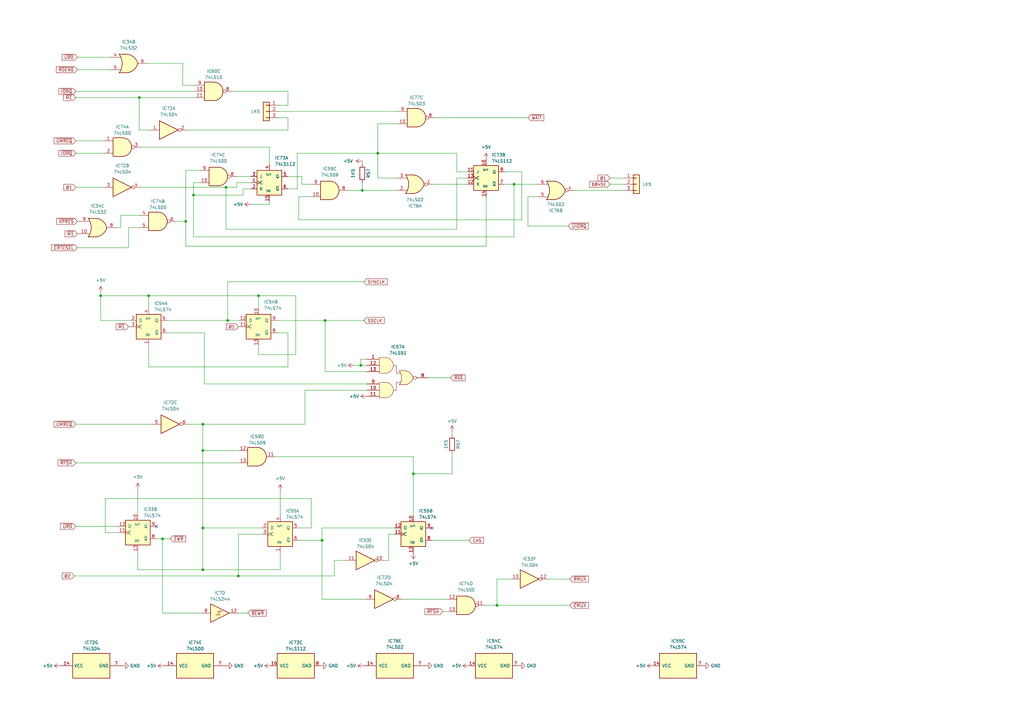
<source format=kicad_sch>
(kicad_sch (version 20230121) (generator eeschema)
  (paper "A3")
  (lib_symbols
    (symbol "74xx:74LS00" (pin_names (offset 1.016))
      (property "Reference" "U" (at 0 1.27 0))
      (property "Value" "74LS00" (at 0 -1.27 0))
      (symbol "74LS00_1_1"
        (pin input line (at -7.62 2.54 0) (length 3.81) (name "~") (number "1"))
        (pin input line (at -7.62 -2.54 0) (length 3.81) (name "~") (number "2"))
        (pin output inverted (at 7.62 0 180) (length 3.81) (name "~") (number "3"))
      )
      (symbol "74LS00_1_2"
        (pin input inverted (at -7.62 2.54 0) (length 4.318) (name "~") (number "1"))
        (pin input inverted (at -7.62 -2.54 0) (length 4.318) (name "~") (number "2"))
        (pin output line (at 7.62 0 180) (length 3.81) (name "~") (number "3"))
      )
      (symbol "74LS00_2_1"
        (pin input line (at -7.62 2.54 0) (length 3.81) (name "~") (number "4"))
        (pin input line (at -7.62 -2.54 0) (length 3.81) (name "~") (number "5"))
        (pin output inverted (at 7.62 0 180) (length 3.81) (name "~") (number "6"))
      )
      (symbol "74LS00_2_2"
        (pin input inverted (at -7.62 2.54 0) (length 4.318) (name "~") (number "4"))
        (pin input inverted (at -7.62 -2.54 0) (length 4.318) (name "~") (number "5"))
        (pin output line (at 7.62 0 180) (length 3.81) (name "~") (number "6"))
      )
      (symbol "74LS00_3_1"
        (pin input line (at -7.62 -2.54 0) (length 3.81) (name "~") (number "10"))
        (pin output inverted (at 7.62 0 180) (length 3.81) (name "~") (number "8"))
        (pin input line (at -7.62 2.54 0) (length 3.81) (name "~") (number "9"))
      )
      (symbol "74LS00_3_2"
        (pin input inverted (at -7.62 -2.54 0) (length 4.318) (name "~") (number "10"))
        (pin output line (at 7.62 0 180) (length 3.81) (name "~") (number "8"))
        (pin input inverted (at -7.62 2.54 0) (length 4.318) (name "~") (number "9"))
      )
      (symbol "74LS00_4_1"
        (pin output inverted (at 7.62 0 180) (length 3.81) (name "~") (number "11"))
        (pin input line (at -7.62 2.54 0) (length 3.81) (name "~") (number "12"))
        (pin input line (at -7.62 -2.54 0) (length 3.81) (name "~") (number "13"))
      )
      (symbol "74LS00_4_2"
        (pin output line (at 7.62 0 180) (length 3.81) (name "~") (number "11"))
        (pin input inverted (at -7.62 2.54 0) (length 4.318) (name "~") (number "12"))
        (pin input inverted (at -7.62 -2.54 0) (length 4.318) (name "~") (number "13"))
      )
      (symbol "74LS00_5_0"
        (pin power_in line (at 0 12.7 270) (length 5.08) (name "VCC") (number "14"))
        (pin power_in line (at 0 -12.7 90) (length 5.08) (name "GND") (number "7"))
      )
    )
    (symbol "74xx:74LS02" (pin_names (offset 1.016))
      (property "Reference" "U" (at 0 1.27 0))
      (property "Value" "74LS02" (at 0 -1.27 0))
      (symbol "74LS02_1_1"
        (pin output inverted (at 7.62 0 180) (length 3.81) (name "~") (number "1"))
        (pin input line (at -7.62 2.54 0) (length 4.318) (name "~") (number "2"))
        (pin input line (at -7.62 -2.54 0) (length 4.318) (name "~") (number "3"))
      )
      (symbol "74LS02_1_2"
        (pin output line (at 7.62 0 180) (length 3.81) (name "~") (number "1"))
        (pin input inverted (at -7.62 2.54 0) (length 3.81) (name "~") (number "2"))
        (pin input inverted (at -7.62 -2.54 0) (length 3.81) (name "~") (number "3"))
      )
      (symbol "74LS02_2_1"
        (pin output inverted (at 7.62 0 180) (length 3.81) (name "~") (number "4"))
        (pin input line (at -7.62 2.54 0) (length 4.318) (name "~") (number "5"))
        (pin input line (at -7.62 -2.54 0) (length 4.318) (name "~") (number "6"))
      )
      (symbol "74LS02_2_2"
        (pin output line (at 7.62 0 180) (length 3.81) (name "~") (number "4"))
        (pin input inverted (at -7.62 2.54 0) (length 3.81) (name "~") (number "5"))
        (pin input inverted (at -7.62 -2.54 0) (length 3.81) (name "~") (number "6"))
      )
      (symbol "74LS02_3_1"
        (pin output inverted (at 7.62 0 180) (length 3.81) (name "~") (number "10"))
        (pin input line (at -7.62 2.54 0) (length 4.318) (name "~") (number "8"))
        (pin input line (at -7.62 -2.54 0) (length 4.318) (name "~") (number "9"))
      )
      (symbol "74LS02_3_2"
        (pin output line (at 7.62 0 180) (length 3.81) (name "~") (number "10"))
        (pin input inverted (at -7.62 2.54 0) (length 3.81) (name "~") (number "8"))
        (pin input inverted (at -7.62 -2.54 0) (length 3.81) (name "~") (number "9"))
      )
      (symbol "74LS02_4_1"
        (pin input line (at -7.62 2.54 0) (length 4.318) (name "~") (number "11"))
        (pin input line (at -7.62 -2.54 0) (length 4.318) (name "~") (number "12"))
        (pin output inverted (at 7.62 0 180) (length 3.81) (name "~") (number "13"))
      )
      (symbol "74LS02_4_2"
        (pin input inverted (at -7.62 2.54 0) (length 3.81) (name "~") (number "11"))
        (pin input inverted (at -7.62 -2.54 0) (length 3.81) (name "~") (number "12"))
        (pin output line (at 7.62 0 180) (length 3.81) (name "~") (number "13"))
      )
      (symbol "74LS02_5_0"
        (pin power_in line (at 0 12.7 270) (length 5.08) (name "VCC") (number "14"))
        (pin power_in line (at 0 -12.7 90) (length 5.08) (name "GND") (number "7"))
      )
    )
    (symbol "74xx:74LS03" (pin_names (offset 1.016))
      (property "Reference" "U" (at 0 1.27 0))
      (property "Value" "74LS03" (at 0 -1.27 0))
      (symbol "74LS03_1_1"
        (pin input line (at -7.62 2.54 0) (length 3.81) (name "~") (number "1"))
        (pin input line (at -7.62 -2.54 0) (length 3.81) (name "~") (number "2"))
        (pin open_collector inverted (at 7.62 0 180) (length 3.81) (name "~") (number "3"))
      )
      (symbol "74LS03_1_2"
        (pin input inverted (at -7.62 2.54 0) (length 4.318) (name "~") (number "1"))
        (pin input inverted (at -7.62 -2.54 0) (length 4.318) (name "~") (number "2"))
        (pin open_collector line (at 7.62 0 180) (length 3.81) (name "~") (number "3"))
      )
      (symbol "74LS03_2_1"
        (pin input line (at -7.62 2.54 0) (length 3.81) (name "~") (number "4"))
        (pin input line (at -7.62 -2.54 0) (length 3.81) (name "~") (number "5"))
        (pin open_collector inverted (at 7.62 0 180) (length 3.81) (name "~") (number "6"))
      )
      (symbol "74LS03_2_2"
        (pin input inverted (at -7.62 2.54 0) (length 4.318) (name "~") (number "4"))
        (pin input inverted (at -7.62 -2.54 0) (length 4.318) (name "~") (number "5"))
        (pin open_collector line (at 7.62 0 180) (length 3.81) (name "~") (number "6"))
      )
      (symbol "74LS03_3_1"
        (pin input line (at -7.62 -2.54 0) (length 3.81) (name "~") (number "10"))
        (pin open_collector inverted (at 7.62 0 180) (length 3.81) (name "~") (number "8"))
        (pin input line (at -7.62 2.54 0) (length 3.81) (name "~") (number "9"))
      )
      (symbol "74LS03_3_2"
        (pin input inverted (at -7.62 -2.54 0) (length 4.318) (name "~") (number "10"))
        (pin open_collector line (at 7.62 0 180) (length 3.81) (name "~") (number "8"))
        (pin input inverted (at -7.62 2.54 0) (length 4.318) (name "~") (number "9"))
      )
      (symbol "74LS03_4_1"
        (pin open_collector inverted (at 7.62 0 180) (length 3.81) (name "~") (number "11"))
        (pin input line (at -7.62 2.54 0) (length 3.81) (name "~") (number "12"))
        (pin input line (at -7.62 -2.54 0) (length 3.81) (name "~") (number "13"))
      )
      (symbol "74LS03_4_2"
        (pin open_collector line (at 7.62 0 180) (length 3.81) (name "~") (number "11"))
        (pin input inverted (at -7.62 2.54 0) (length 4.318) (name "~") (number "12"))
        (pin input inverted (at -7.62 -2.54 0) (length 4.318) (name "~") (number "13"))
      )
      (symbol "74LS03_5_0"
        (pin power_in line (at 0 12.7 270) (length 5.08) (name "VCC") (number "14"))
        (pin power_in line (at 0 -12.7 90) (length 5.08) (name "GND") (number "7"))
      )
    )
    (symbol "74xx:74LS04"
      (property "Reference" "U" (at 0 1.27 0))
      (property "Value" "74LS04" (at 0 -1.27 0))
      (symbol "74LS04_1_0"
        (pin input line (at -7.62 0 0) (length 3.81) (name "~") (number "1"))
        (pin output inverted (at 7.62 0 180) (length 3.81) (name "~") (number "2"))
      )
      (symbol "74LS04_2_0"
        (pin input line (at -7.62 0 0) (length 3.81) (name "~") (number "3"))
        (pin output inverted (at 7.62 0 180) (length 3.81) (name "~") (number "4"))
      )
      (symbol "74LS04_3_0"
        (pin input line (at -7.62 0 0) (length 3.81) (name "~") (number "5"))
        (pin output inverted (at 7.62 0 180) (length 3.81) (name "~") (number "6"))
      )
      (symbol "74LS04_4_0"
        (pin output inverted (at 7.62 0 180) (length 3.81) (name "~") (number "8"))
        (pin input line (at -7.62 0 0) (length 3.81) (name "~") (number "9"))
      )
      (symbol "74LS04_5_0"
        (pin output inverted (at 7.62 0 180) (length 3.81) (name "~") (number "10"))
        (pin input line (at -7.62 0 0) (length 3.81) (name "~") (number "11"))
      )
      (symbol "74LS04_6_0"
        (pin output inverted (at 7.62 0 180) (length 3.81) (name "~") (number "12"))
        (pin input line (at -7.62 0 0) (length 3.81) (name "~") (number "13"))
      )
      (symbol "74LS04_7_0"
        (pin power_in line (at 0 12.7 270) (length 5.08) (name "VCC") (number "14"))
        (pin power_in line (at 0 -12.7 90) (length 5.08) (name "GND") (number "7"))
      )
    )
    (symbol "74xx:74LS09" (pin_names (offset 1.016))
      (property "Reference" "U" (at 0 1.27 0))
      (property "Value" "74LS09" (at 0 -1.27 0))
      (symbol "74LS09_1_1"
        (pin input line (at -7.62 2.54 0) (length 3.81) (name "~") (number "1"))
        (pin input line (at -7.62 -2.54 0) (length 3.81) (name "~") (number "2"))
        (pin open_collector line (at 7.62 0 180) (length 3.81) (name "~") (number "3"))
      )
      (symbol "74LS09_1_2"
        (pin input inverted (at -7.62 2.54 0) (length 4.318) (name "~") (number "1"))
        (pin input inverted (at -7.62 -2.54 0) (length 4.318) (name "~") (number "2"))
        (pin output inverted (at 7.62 0 180) (length 3.81) (name "~") (number "3"))
      )
      (symbol "74LS09_2_1"
        (pin input line (at -7.62 2.54 0) (length 3.81) (name "~") (number "4"))
        (pin input line (at -7.62 -2.54 0) (length 3.81) (name "~") (number "5"))
        (pin open_collector line (at 7.62 0 180) (length 3.81) (name "~") (number "6"))
      )
      (symbol "74LS09_2_2"
        (pin input inverted (at -7.62 2.54 0) (length 4.318) (name "~") (number "4"))
        (pin input inverted (at -7.62 -2.54 0) (length 4.318) (name "~") (number "5"))
        (pin output inverted (at 7.62 0 180) (length 3.81) (name "~") (number "6"))
      )
      (symbol "74LS09_3_1"
        (pin input line (at -7.62 -2.54 0) (length 3.81) (name "~") (number "10"))
        (pin open_collector line (at 7.62 0 180) (length 3.81) (name "~") (number "8"))
        (pin input line (at -7.62 2.54 0) (length 3.81) (name "~") (number "9"))
      )
      (symbol "74LS09_3_2"
        (pin input inverted (at -7.62 -2.54 0) (length 4.318) (name "~") (number "10"))
        (pin output inverted (at 7.62 0 180) (length 3.81) (name "~") (number "8"))
        (pin input inverted (at -7.62 2.54 0) (length 4.318) (name "~") (number "9"))
      )
      (symbol "74LS09_4_1"
        (pin open_collector line (at 7.62 0 180) (length 3.81) (name "~") (number "11"))
        (pin input line (at -7.62 2.54 0) (length 3.81) (name "~") (number "12"))
        (pin input line (at -7.62 -2.54 0) (length 3.81) (name "~") (number "13"))
      )
      (symbol "74LS09_4_2"
        (pin output inverted (at 7.62 0 180) (length 3.81) (name "~") (number "11"))
        (pin input inverted (at -7.62 2.54 0) (length 4.318) (name "~") (number "12"))
        (pin input inverted (at -7.62 -2.54 0) (length 4.318) (name "~") (number "13"))
      )
      (symbol "74LS09_5_0"
        (pin power_in line (at 0 12.7 270) (length 5.08) (name "VCC") (number "14"))
        (pin power_in line (at 0 -12.7 90) (length 5.08) (name "GND") (number "7"))
      )
    )
    (symbol "74xx:74LS10" (pin_names (offset 1.016))
      (property "Reference" "U" (at 0 1.27 0))
      (property "Value" "74LS10" (at 0 -1.27 0))
      (symbol "74LS10_1_1"
        (pin input line (at -7.62 2.54 0) (length 3.81) (name "~") (number "1"))
        (pin output inverted (at 7.62 0 180) (length 3.81) (name "~") (number "12"))
        (pin input line (at -7.62 -2.54 0) (length 3.81) (name "~") (number "13"))
        (pin input line (at -7.62 0 0) (length 3.81) (name "~") (number "2"))
      )
      (symbol "74LS10_1_2"
        (pin input inverted (at -7.62 2.54 0) (length 4.318) (name "~") (number "1"))
        (pin output line (at 7.62 0 180) (length 3.81) (name "~") (number "12"))
        (pin input inverted (at -7.62 -2.54 0) (length 4.318) (name "~") (number "13"))
        (pin input inverted (at -7.62 0 0) (length 4.953) (name "~") (number "2"))
      )
      (symbol "74LS10_2_1"
        (pin input line (at -7.62 2.54 0) (length 3.81) (name "~") (number "3"))
        (pin input line (at -7.62 0 0) (length 3.81) (name "~") (number "4"))
        (pin input line (at -7.62 -2.54 0) (length 3.81) (name "~") (number "5"))
        (pin output inverted (at 7.62 0 180) (length 3.81) (name "~") (number "6"))
      )
      (symbol "74LS10_2_2"
        (pin input inverted (at -7.62 2.54 0) (length 4.318) (name "~") (number "3"))
        (pin input inverted (at -7.62 0 0) (length 4.953) (name "~") (number "4"))
        (pin input inverted (at -7.62 -2.54 0) (length 4.318) (name "~") (number "5"))
        (pin output line (at 7.62 0 180) (length 3.81) (name "~") (number "6"))
      )
      (symbol "74LS10_3_1"
        (pin input line (at -7.62 0 0) (length 3.81) (name "~") (number "10"))
        (pin input line (at -7.62 -2.54 0) (length 3.81) (name "~") (number "11"))
        (pin output inverted (at 7.62 0 180) (length 3.81) (name "~") (number "8"))
        (pin input line (at -7.62 2.54 0) (length 3.81) (name "~") (number "9"))
      )
      (symbol "74LS10_3_2"
        (pin input inverted (at -7.62 0 0) (length 4.953) (name "~") (number "10"))
        (pin input inverted (at -7.62 -2.54 0) (length 4.318) (name "~") (number "11"))
        (pin output line (at 7.62 0 180) (length 3.81) (name "~") (number "8"))
        (pin input inverted (at -7.62 2.54 0) (length 4.318) (name "~") (number "9"))
      )
      (symbol "74LS10_4_0"
        (pin power_in line (at 0 12.7 270) (length 5.08) (name "VCC") (number "14"))
        (pin power_in line (at 0 -12.7 90) (length 5.08) (name "GND") (number "7"))
      )
    )
    (symbol "74xx:74LS112" (pin_names (offset 1.016))
      (property "Reference" "U" (at -7.62 8.89 0))
      (property "Value" "74LS112" (at -7.62 -8.89 0))
      (symbol "74LS112_1_0"
        (pin input clock (at -7.62 0 0) (length 2.54) (name "C") (number "1"))
        (pin input line (at 0 -7.62 90) (length 2.54) (name "~{R}") (number "15"))
        (pin input line (at -7.62 -2.54 0) (length 2.54) (name "K") (number "2"))
        (pin input line (at -7.62 2.54 0) (length 2.54) (name "J") (number "3"))
        (pin input line (at 0 7.62 270) (length 2.54) (name "~{S}") (number "4"))
        (pin output line (at 7.62 2.54 180) (length 2.54) (name "Q") (number "5"))
        (pin output line (at 7.62 -2.54 180) (length 2.54) (name "~{Q}") (number "6"))
      )
      (symbol "74LS112_2_0"
        (pin input line (at 0 7.62 270) (length 2.54) (name "~{S}") (number "10"))
        (pin input line (at -7.62 2.54 0) (length 2.54) (name "J") (number "11"))
        (pin input line (at -7.62 -2.54 0) (length 2.54) (name "K") (number "12"))
        (pin input clock (at -7.62 0 0) (length 2.54) (name "C") (number "13"))
        (pin input line (at 0 -7.62 90) (length 2.54) (name "~{R}") (number "14"))
        (pin output line (at 7.62 -2.54 180) (length 2.54) (name "~{Q}") (number "7"))
        (pin output line (at 7.62 2.54 180) (length 2.54) (name "Q") (number "9"))
      )
      (symbol "74LS112_3_0"
        (pin power_in line (at 0 10.16 270) (length 2.54) (name "VCC") (number "16"))
        (pin power_in line (at 0 -10.16 90) (length 2.54) (name "GND") (number "8"))
      )
    )
    (symbol "74xx:74LS244_Split"
      (property "Reference" "U" (at 0 1.27 0))
      (property "Value" "74LS244_Split" (at 0 -1.27 0))
      (symbol "74LS244_Split_1_0"
        (pin input inverted (at 0 -6.35 90) (length 4.445) (name "~") (number "1"))
        (pin tri_state line (at 7.62 0 180) (length 3.81) (name "~") (number "18"))
        (pin input line (at -7.62 0 0) (length 3.81) (name "~") (number "2"))
      )
      (symbol "74LS244_Split_2_0"
        (pin tri_state line (at 7.62 0 180) (length 3.81) (name "~") (number "16"))
        (pin input line (at -7.62 0 0) (length 3.81) (name "~") (number "4"))
      )
      (symbol "74LS244_Split_3_0"
        (pin tri_state line (at 7.62 0 180) (length 3.81) (name "~") (number "14"))
        (pin input line (at -7.62 0 0) (length 3.81) (name "~") (number "6"))
      )
      (symbol "74LS244_Split_4_0"
        (pin tri_state line (at 7.62 0 180) (length 3.81) (name "~") (number "12"))
        (pin input line (at -7.62 0 0) (length 3.81) (name "~") (number "8"))
      )
      (symbol "74LS244_Split_5_0"
        (pin input line (at -7.62 0 0) (length 3.81) (name "~") (number "11"))
        (pin input inverted (at 0 -6.35 90) (length 4.445) (name "~") (number "19"))
        (pin tri_state line (at 7.62 0 180) (length 3.81) (name "~") (number "9"))
      )
      (symbol "74LS244_Split_6_0"
        (pin input line (at -7.62 0 0) (length 3.81) (name "~") (number "13"))
        (pin tri_state line (at 7.62 0 180) (length 3.81) (name "~") (number "7"))
      )
      (symbol "74LS244_Split_7_0"
        (pin input line (at -7.62 0 0) (length 3.81) (name "~") (number "15"))
        (pin tri_state line (at 7.62 0 180) (length 3.81) (name "~") (number "5"))
      )
      (symbol "74LS244_Split_8_0"
        (pin input line (at -7.62 0 0) (length 3.81) (name "~") (number "17"))
        (pin tri_state line (at 7.62 0 180) (length 3.81) (name "~") (number "3"))
      )
      (symbol "74LS244_Split_9_0"
        (pin power_in line (at 0 -12.7 90) (length 5.08) (name "GND") (number "10"))
        (pin power_in line (at 0 12.7 270) (length 5.08) (name "VCC") (number "20"))
      )
    )
    (symbol "74xx:74LS32" (pin_names (offset 1.016))
      (property "Reference" "U" (at 0 1.27 0))
      (property "Value" "74LS32" (at 0 -1.27 0))
      (symbol "74LS32_1_1"
        (pin input line (at -7.62 2.54 0) (length 4.318) (name "~") (number "1"))
        (pin input line (at -7.62 -2.54 0) (length 4.318) (name "~") (number "2"))
        (pin output line (at 7.62 0 180) (length 3.81) (name "~") (number "3"))
      )
      (symbol "74LS32_1_2"
        (pin input inverted (at -7.62 2.54 0) (length 3.81) (name "~") (number "1"))
        (pin input inverted (at -7.62 -2.54 0) (length 3.81) (name "~") (number "2"))
        (pin output inverted (at 7.62 0 180) (length 3.81) (name "~") (number "3"))
      )
      (symbol "74LS32_2_1"
        (pin input line (at -7.62 2.54 0) (length 4.318) (name "~") (number "4"))
        (pin input line (at -7.62 -2.54 0) (length 4.318) (name "~") (number "5"))
        (pin output line (at 7.62 0 180) (length 3.81) (name "~") (number "6"))
      )
      (symbol "74LS32_2_2"
        (pin input inverted (at -7.62 2.54 0) (length 3.81) (name "~") (number "4"))
        (pin input inverted (at -7.62 -2.54 0) (length 3.81) (name "~") (number "5"))
        (pin output inverted (at 7.62 0 180) (length 3.81) (name "~") (number "6"))
      )
      (symbol "74LS32_3_1"
        (pin input line (at -7.62 -2.54 0) (length 4.318) (name "~") (number "10"))
        (pin output line (at 7.62 0 180) (length 3.81) (name "~") (number "8"))
        (pin input line (at -7.62 2.54 0) (length 4.318) (name "~") (number "9"))
      )
      (symbol "74LS32_3_2"
        (pin input inverted (at -7.62 -2.54 0) (length 3.81) (name "~") (number "10"))
        (pin output inverted (at 7.62 0 180) (length 3.81) (name "~") (number "8"))
        (pin input inverted (at -7.62 2.54 0) (length 3.81) (name "~") (number "9"))
      )
      (symbol "74LS32_4_1"
        (pin output line (at 7.62 0 180) (length 3.81) (name "~") (number "11"))
        (pin input line (at -7.62 2.54 0) (length 4.318) (name "~") (number "12"))
        (pin input line (at -7.62 -2.54 0) (length 4.318) (name "~") (number "13"))
      )
      (symbol "74LS32_4_2"
        (pin output inverted (at 7.62 0 180) (length 3.81) (name "~") (number "11"))
        (pin input inverted (at -7.62 2.54 0) (length 3.81) (name "~") (number "12"))
        (pin input inverted (at -7.62 -2.54 0) (length 3.81) (name "~") (number "13"))
      )
      (symbol "74LS32_5_0"
        (pin power_in line (at 0 12.7 270) (length 5.08) (name "VCC") (number "14"))
        (pin power_in line (at 0 -12.7 90) (length 5.08) (name "GND") (number "7"))
      )
    )
    (symbol "74xx:74LS51" (pin_names (offset 1.016))
      (property "Reference" "U" (at -7.62 10.16 0))
      (property "Value" "74LS51" (at -7.62 -10.16 0))
      (symbol "74LS51_1_0"
        (pin input line (at -12.7 7.62 0) (length 5.08) (name "~") (number "1"))
        (pin input line (at -12.7 -5.08 0) (length 5.08) (name "~") (number "10"))
        (pin input line (at -12.7 -7.62 0) (length 5.08) (name "~") (number "11"))
        (pin input line (at -12.7 5.08 0) (length 5.08) (name "~") (number "12"))
        (pin input line (at -12.7 2.54 0) (length 5.08) (name "~") (number "13"))
        (pin output line (at 12.7 0 180) (length 5.08) (name "~") (number "8"))
        (pin input line (at -12.7 -2.54 0) (length 5.08) (name "~") (number "9"))
      )
      (symbol "74LS51_2_0"
        (pin input line (at -12.7 7.62 0) (length 5.08) (name "~") (number "2"))
        (pin input line (at -12.7 2.54 0) (length 5.08) (name "~") (number "3"))
        (pin input line (at -12.7 -2.54 0) (length 5.08) (name "~") (number "4"))
        (pin input line (at -12.7 -7.62 0) (length 5.08) (name "~") (number "5"))
        (pin output line (at 12.7 0 180) (length 5.08) (name "~") (number "6"))
      )
      (symbol "74LS51_3_0"
        (pin power_in line (at 0 12.7 270) (length 5.08) (name "VCC") (number "14"))
        (pin power_in line (at 0 -12.7 90) (length 5.08) (name "GND") (number "7"))
      )
    )
    (symbol "74xx:74LS74" (pin_names (offset 1.016))
      (property "Reference" "U" (at -7.62 8.89 0))
      (property "Value" "74LS74" (at -7.62 -8.89 0))
      (symbol "74LS74_1_0"
        (pin input line (at 0 -7.62 90) (length 2.54) (name "~{R}") (number "1"))
        (pin input line (at -7.62 2.54 0) (length 2.54) (name "D") (number "2"))
        (pin input clock (at -7.62 0 0) (length 2.54) (name "C") (number "3"))
        (pin input line (at 0 7.62 270) (length 2.54) (name "~{S}") (number "4"))
        (pin output line (at 7.62 2.54 180) (length 2.54) (name "Q") (number "5"))
        (pin output line (at 7.62 -2.54 180) (length 2.54) (name "~{Q}") (number "6"))
      )
      (symbol "74LS74_2_0"
        (pin input line (at 0 7.62 270) (length 2.54) (name "~{S}") (number "10"))
        (pin input clock (at -7.62 0 0) (length 2.54) (name "C") (number "11"))
        (pin input line (at -7.62 2.54 0) (length 2.54) (name "D") (number "12"))
        (pin input line (at 0 -7.62 90) (length 2.54) (name "~{R}") (number "13"))
        (pin output line (at 7.62 -2.54 180) (length 2.54) (name "~{Q}") (number "8"))
        (pin output line (at 7.62 2.54 180) (length 2.54) (name "Q") (number "9"))
      )
      (symbol "74LS74_3_0"
        (pin power_in line (at 0 10.16 270) (length 2.54) (name "VCC") (number "14"))
        (pin power_in line (at 0 -10.16 90) (length 2.54) (name "GND") (number "7"))
      )
    )
    (symbol "Connector_Generic:Conn_01x03" (pin_names (offset 1.016) hide)
      (property "Reference" "J" (at 0 5.08 0))
      (property "Value" "Conn_01x03" (at 0 -5.08 0))
      (symbol "Conn_01x03_1_1"
        (pin passive line (at -5.08 2.54 0) (length 3.81) (name "Pin_1") (number "1"))
        (pin passive line (at -5.08 0 0) (length 3.81) (name "Pin_2") (number "2"))
        (pin passive line (at -5.08 -2.54 0) (length 3.81) (name "Pin_3") (number "3"))
      )
    )
    (symbol "Device:R" (pin_numbers hide) (pin_names (offset 0))
      (property "Reference" "R" (at 2.032 0 90))
      (property "Value" "R" (at 0 0 90))
      (symbol "R_1_1"
        (pin passive line (at 0 3.81 270) (length 1.27) (name "~") (number "1"))
        (pin passive line (at 0 -3.81 90) (length 1.27) (name "~") (number "2"))
      )
    )
    (symbol "power:+5V" (power) (pin_names (offset 0))
      (property "Value" "+5V" (at 0 3.556 0))
      (symbol "+5V_1_1"
        (pin power_in line (at 0 0 90) (length 0) hide (name "+5V") (number "1"))
      )
    )
    (symbol "power:GND" (power) (pin_names (offset 0))
      (property "Value" "GND" (at 0 -3.81 0))
      (symbol "GND_1_1"
        (pin power_in line (at 0 0 270) (length 0) hide (name "GND") (number "1"))
      )
    )
  )
  (junction (at 93.345 131.445))
  (junction (at 203.835 248.285))
  (junction (at 132.08 221.615))
  (junction (at 76.2 90.805))
  (junction (at 83.185 216.535))
  (junction (at 210.82 75.565))
  (junction (at 97.79 236.22))
  (junction (at 106.045 121.285))
  (junction (at 83.185 184.785))
  (junction (at 60.96 121.285))
  (junction (at 148.59 78.105))
  (junction (at 169.545 194.31))
  (junction (at 41.275 121.285))
  (junction (at 154.94 62.865))
  (junction (at 92.71 76.835))
  (junction (at 83.185 233.68))
  (junction (at 133.35 131.445))
  (junction (at 57.15 40.005))
  (junction (at 147.955 149.86))
  (junction (at 66.675 220.98))
  (junction (at 83.185 173.99))
  (junction (at 79.375 80.01))
  (no_connect (at 177.165 216.535))
  (no_connect (at 64.135 215.9))
  (wire (pts (xy 97.79 133.985) (xy 98.425 133.985)))
  (wire (pts (xy 31.115 189.865) (xy 97.79 189.865)))
  (wire (pts (xy 132.08 221.615) (xy 132.08 216.535)))
  (wire (pts (xy 61.595 53.34) (xy 57.15 53.34)))
  (wire (pts (xy 52.705 93.345) (xy 52.705 101.6)))
  (wire (pts (xy 74.93 26.035) (xy 60.325 26.035)))
  (wire (pts (xy 147.955 147.32) (xy 147.955 149.86)))
  (wire (pts (xy 83.185 184.785) (xy 97.79 184.785)))
  (wire (pts (xy 83.185 216.535) (xy 107.315 216.535)))
  (wire (pts (xy 66.675 220.98) (xy 66.675 251.46)))
  (wire (pts (xy 83.185 233.68) (xy 56.515 233.68)))
  (wire (pts (xy 56.515 200.66) (xy 56.515 210.82)))
  (wire (pts (xy 107.315 219.075) (xy 97.79 219.075)))
  (wire (pts (xy 127.635 216.535) (xy 122.555 216.535)))
  (wire (pts (xy 92.71 93.98) (xy 187.325 93.98)))
  (wire (pts (xy 47.625 93.345) (xy 49.53 93.345)))
  (wire (pts (xy 203.835 248.285) (xy 203.835 237.49)))
  (wire (pts (xy 235.585 78.105) (xy 255.905 78.105)))
  (wire (pts (xy 122.555 80.645) (xy 122.555 90.17)))
  (wire (pts (xy 148.59 78.105) (xy 148.59 74.93)))
  (wire (pts (xy 207.01 75.565) (xy 210.82 75.565)))
  (wire (pts (xy 110.49 60.325) (xy 110.49 67.31)))
  (wire (pts (xy 210.82 75.565) (xy 220.345 75.565)))
  (wire (pts (xy 187.325 73.025) (xy 191.77 73.025)))
  (wire (pts (xy 106.045 121.285) (xy 121.285 121.285)))
  (wire (pts (xy 191.77 75.565) (xy 177.8 75.565)))
  (wire (pts (xy 97.155 74.93) (xy 102.87 74.93)))
  (wire (pts (xy 81.915 74.93) (xy 79.375 74.93)))
  (wire (pts (xy 118.11 150.495) (xy 60.96 150.495)))
  (wire (pts (xy 118.11 37.465) (xy 118.11 43.18)))
  (wire (pts (xy 150.495 147.32) (xy 147.955 147.32)))
  (wire (pts (xy 92.71 76.835) (xy 97.155 76.835)))
  (wire (pts (xy 114.3 43.18) (xy 118.11 43.18)))
  (wire (pts (xy 185.42 194.31) (xy 185.42 186.055)))
  (wire (pts (xy 114.3 45.72) (xy 163.195 45.72)))
  (wire (pts (xy 76.2 69.85) (xy 76.2 90.805)))
  (wire (pts (xy 60.96 121.285) (xy 41.275 121.285)))
  (wire (pts (xy 31.115 57.785) (xy 42.545 57.785)))
  (wire (pts (xy 83.185 184.785) (xy 83.185 216.535)))
  (wire (pts (xy 250.19 73.025) (xy 255.905 73.025)))
  (wire (pts (xy 169.545 194.31) (xy 185.42 194.31)))
  (wire (pts (xy 224.79 237.49) (xy 233.68 237.49)))
  (wire (pts (xy 79.375 80.01) (xy 79.375 97.155)))
  (wire (pts (xy 57.15 40.005) (xy 80.01 40.005)))
  (wire (pts (xy 121.285 121.285) (xy 121.285 145.415)))
  (wire (pts (xy 148.59 66.04) (xy 148.59 67.31)))
  (wire (pts (xy 31.115 215.9) (xy 48.895 215.9)))
  (wire (pts (xy 154.94 62.865) (xy 154.94 50.8)))
  (wire (pts (xy 66.675 220.98) (xy 64.135 220.98)))
  (wire (pts (xy 110.49 60.325) (xy 57.785 60.325)))
  (wire (pts (xy 213.995 70.485) (xy 207.01 70.485)))
  (wire (pts (xy 31.75 28.575) (xy 45.085 28.575)))
  (wire (pts (xy 113.665 131.445) (xy 133.35 131.445)))
  (wire (pts (xy 113.03 187.325) (xy 169.545 187.325)))
  (wire (pts (xy 79.375 80.01) (xy 99.695 80.01)))
  (wire (pts (xy 31.115 40.005) (xy 57.15 40.005)))
  (wire (pts (xy 198.755 248.285) (xy 203.835 248.285)))
  (wire (pts (xy 192.405 221.615) (xy 177.165 221.615)))
  (wire (pts (xy 148.59 78.105) (xy 162.56 78.105)))
  (wire (pts (xy 187.325 70.485) (xy 187.325 62.865)))
  (wire (pts (xy 157.48 229.87) (xy 159.385 229.87)))
  (wire (pts (xy 118.11 48.26) (xy 114.3 48.26)))
  (wire (pts (xy 57.15 93.345) (xy 52.705 93.345)))
  (wire (pts (xy 216.535 80.645) (xy 216.535 92.71)))
  (wire (pts (xy 97.79 219.075) (xy 97.79 236.22)))
  (wire (pts (xy 123.825 75.565) (xy 127.635 75.565)))
  (wire (pts (xy 31.115 37.465) (xy 80.01 37.465)))
  (wire (pts (xy 43.18 218.44) (xy 43.18 204.47)))
  (wire (pts (xy 154.94 73.025) (xy 154.94 62.865)))
  (wire (pts (xy 101.6 251.46) (xy 97.79 251.46)))
  (wire (pts (xy 123.825 72.39) (xy 123.825 75.565)))
  (wire (pts (xy 56.515 226.06) (xy 56.515 233.68)))
  (wire (pts (xy 133.35 131.445) (xy 149.225 131.445)))
  (wire (pts (xy 187.325 93.98) (xy 187.325 73.025)))
  (wire (pts (xy 213.995 90.17) (xy 213.995 70.485)))
  (wire (pts (xy 113.665 136.525) (xy 118.11 136.525)))
  (wire (pts (xy 31.75 90.805) (xy 32.385 90.805)))
  (wire (pts (xy 31.115 76.835) (xy 42.545 76.835)))
  (wire (pts (xy 159.385 219.075) (xy 161.925 219.075)))
  (wire (pts (xy 95.25 37.465) (xy 118.11 37.465)))
  (wire (pts (xy 60.96 121.285) (xy 106.045 121.285)))
  (wire (pts (xy 57.15 53.34) (xy 57.15 40.005)))
  (wire (pts (xy 31.115 62.865) (xy 42.545 62.865)))
  (wire (pts (xy 99.695 77.47) (xy 102.87 77.47)))
  (wire (pts (xy 60.96 150.495) (xy 60.96 141.605)))
  (wire (pts (xy 181.61 250.825) (xy 183.515 250.825)))
  (wire (pts (xy 132.08 221.615) (xy 132.08 245.745)))
  (wire (pts (xy 97.79 236.22) (xy 137.16 236.22)))
  (wire (pts (xy 187.325 70.485) (xy 191.77 70.485)))
  (wire (pts (xy 178.435 48.26) (xy 216.535 48.26)))
  (wire (pts (xy 49.53 93.345) (xy 49.53 88.265)))
  (wire (pts (xy 159.385 229.87) (xy 159.385 219.075)))
  (wire (pts (xy 187.325 62.865) (xy 154.94 62.865)))
  (wire (pts (xy 83.185 173.99) (xy 83.185 184.785)))
  (wire (pts (xy 31.75 23.495) (xy 45.085 23.495)))
  (wire (pts (xy 114.935 201.295) (xy 114.935 211.455)))
  (wire (pts (xy 118.11 77.47) (xy 121.92 77.47)))
  (wire (pts (xy 81.915 69.85) (xy 76.2 69.85)))
  (wire (pts (xy 76.2 90.805) (xy 76.2 100.965)))
  (wire (pts (xy 203.835 248.285) (xy 233.68 248.285)))
  (wire (pts (xy 80.01 34.925) (xy 74.93 34.925)))
  (wire (pts (xy 121.92 77.47) (xy 121.92 62.865)))
  (wire (pts (xy 137.16 236.22) (xy 137.16 229.87)))
  (wire (pts (xy 60.96 126.365) (xy 60.96 121.285)))
  (wire (pts (xy 137.16 229.87) (xy 142.24 229.87)))
  (wire (pts (xy 106.045 145.415) (xy 106.045 141.605)))
  (wire (pts (xy 114.935 233.68) (xy 114.935 226.695)))
  (wire (pts (xy 162.56 73.025) (xy 154.94 73.025)))
  (wire (pts (xy 52.705 133.985) (xy 53.34 133.985)))
  (wire (pts (xy 127.635 204.47) (xy 127.635 216.535)))
  (wire (pts (xy 118.11 136.525) (xy 118.11 150.495)))
  (wire (pts (xy 127.635 80.645) (xy 122.555 80.645)))
  (wire (pts (xy 149.225 115.57) (xy 93.345 115.57)))
  (wire (pts (xy 147.955 149.86) (xy 150.495 149.86)))
  (wire (pts (xy 83.82 157.48) (xy 150.495 157.48)))
  (wire (pts (xy 203.835 237.49) (xy 209.55 237.49)))
  (wire (pts (xy 122.555 221.615) (xy 132.08 221.615)))
  (wire (pts (xy 184.785 154.94) (xy 175.895 154.94)))
  (wire (pts (xy 132.08 216.535) (xy 161.925 216.535)))
  (wire (pts (xy 99.695 80.01) (xy 99.695 77.47)))
  (wire (pts (xy 83.185 233.68) (xy 114.935 233.68)))
  (wire (pts (xy 142.875 78.105) (xy 148.59 78.105)))
  (wire (pts (xy 185.42 177.165) (xy 185.42 178.435)))
  (wire (pts (xy 68.58 136.525) (xy 83.82 136.525)))
  (wire (pts (xy 49.53 88.265) (xy 57.15 88.265)))
  (wire (pts (xy 41.275 121.285) (xy 41.275 120.015)))
  (wire (pts (xy 69.85 220.98) (xy 66.675 220.98)))
  (wire (pts (xy 154.94 50.8) (xy 163.195 50.8)))
  (wire (pts (xy 53.34 131.445) (xy 41.275 131.445)))
  (wire (pts (xy 79.375 97.155) (xy 210.82 97.155)))
  (wire (pts (xy 216.535 92.71) (xy 233.045 92.71)))
  (wire (pts (xy 48.895 218.44) (xy 43.18 218.44)))
  (wire (pts (xy 66.675 251.46) (xy 82.55 251.46)))
  (wire (pts (xy 132.08 245.745) (xy 149.86 245.745)))
  (wire (pts (xy 57.785 76.835) (xy 92.71 76.835)))
  (wire (pts (xy 68.58 131.445) (xy 93.345 131.445)))
  (wire (pts (xy 74.93 34.925) (xy 74.93 26.035)))
  (wire (pts (xy 102.87 83.82) (xy 110.49 83.82)))
  (wire (pts (xy 93.345 115.57) (xy 93.345 131.445)))
  (wire (pts (xy 125.095 160.02) (xy 125.095 173.99)))
  (wire (pts (xy 30.48 236.22) (xy 97.79 236.22)))
  (wire (pts (xy 72.39 90.805) (xy 76.2 90.805)))
  (wire (pts (xy 169.545 187.325) (xy 169.545 194.31)))
  (wire (pts (xy 43.18 204.47) (xy 127.635 204.47)))
  (wire (pts (xy 31.115 173.99) (xy 62.23 173.99)))
  (wire (pts (xy 79.375 74.93) (xy 79.375 80.01)))
  (wire (pts (xy 106.045 121.285) (xy 106.045 126.365)))
  (wire (pts (xy 77.47 173.99) (xy 83.185 173.99)))
  (wire (pts (xy 41.275 131.445) (xy 41.275 121.285)))
  (wire (pts (xy 92.71 76.835) (xy 92.71 93.98)))
  (wire (pts (xy 150.495 152.4) (xy 133.35 152.4)))
  (wire (pts (xy 169.545 194.31) (xy 169.545 211.455)))
  (wire (pts (xy 97.155 72.39) (xy 102.87 72.39)))
  (wire (pts (xy 125.095 173.99) (xy 83.185 173.99)))
  (wire (pts (xy 52.705 101.6) (xy 31.75 101.6)))
  (wire (pts (xy 210.82 97.155) (xy 210.82 75.565)))
  (wire (pts (xy 83.82 136.525) (xy 83.82 157.48)))
  (wire (pts (xy 150.495 160.02) (xy 125.095 160.02)))
  (wire (pts (xy 76.835 53.34) (xy 118.11 53.34)))
  (wire (pts (xy 118.11 72.39) (xy 123.825 72.39)))
  (wire (pts (xy 83.185 216.535) (xy 83.185 233.68)))
  (wire (pts (xy 118.11 53.34) (xy 118.11 48.26)))
  (wire (pts (xy 133.35 152.4) (xy 133.35 131.445)))
  (wire (pts (xy 121.285 145.415) (xy 106.045 145.415)))
  (wire (pts (xy 122.555 90.17) (xy 213.995 90.17)))
  (wire (pts (xy 110.49 83.82) (xy 110.49 82.55)))
  (wire (pts (xy 93.345 131.445) (xy 98.425 131.445)))
  (wire (pts (xy 250.19 75.565) (xy 255.905 75.565)))
  (wire (pts (xy 121.92 62.865) (xy 154.94 62.865)))
  (wire (pts (xy 97.155 76.835) (xy 97.155 74.93)))
  (wire (pts (xy 183.515 245.745) (xy 165.1 245.745)))
  (wire (pts (xy 76.2 100.965) (xy 199.39 100.965)))
  (wire (pts (xy 220.345 80.645) (xy 216.535 80.645)))
  (wire (pts (xy 31.75 95.885) (xy 32.385 95.885)))
  (wire (pts (xy 199.39 80.645) (xy 199.39 100.965)))
  (wire (pts (xy 145.415 149.86) (xy 147.955 149.86)))
  (global_label "SSCLK" (shape input) (at 149.225 131.445 0) (property "Intersheetrefs" "${INTERSHEET_REFS}" (effects hide)))
  (global_label "~{RMUX}" (shape input) (at 233.68 237.49 0) (property "Intersheetrefs" "${INTERSHEET_REFS}" (effects hide)))
  (global_label "~{RDEN0}" (shape input) (at 31.75 28.575 180) (property "Intersheetrefs" "${INTERSHEET_REFS}" (effects hide)))
  (global_label "~{IORQ}" (shape input) (at 31.115 37.465 180) (property "Intersheetrefs" "${INTERSHEET_REFS}" (effects hide)))
  (global_label "~{UMREQ}" (shape input) (at 31.115 57.785 180) (property "Intersheetrefs" "${INTERSHEET_REFS}" (effects hide)))
  (global_label "~{RAS}" (shape input) (at 184.785 154.94 0) (property "Intersheetrefs" "${INTERSHEET_REFS}" (effects hide)))
  (global_label "~{UIORQ}" (shape input) (at 233.045 92.71 0) (property "Intersheetrefs" "${INTERSHEET_REFS}" (effects hide)))
  (global_label "~{RFSH}" (shape input) (at 31.115 189.865 180) (property "Intersheetrefs" "${INTERSHEET_REFS}" (effects hide)))
  (global_label "~{URD}" (shape input) (at 31.75 23.495 180) (property "Intersheetrefs" "${INTERSHEET_REFS}" (effects hide)))
  (global_label "~{CMUX}" (shape input) (at 233.68 248.285 0) (property "Intersheetrefs" "${INTERSHEET_REFS}" (effects hide)))
  (global_label "~{M1}" (shape input) (at 31.115 40.005 180) (property "Intersheetrefs" "${INTERSHEET_REFS}" (effects hide)))
  (global_label "~{UMREQ}" (shape input) (at 31.115 173.99 180) (property "Intersheetrefs" "${INTERSHEET_REFS}" (effects hide)))
  (global_label "~{WAIT}" (shape input) (at 216.535 48.26 0) (property "Intersheetrefs" "${INTERSHEET_REFS}" (effects hide)))
  (global_label "~{RFSH}" (shape input) (at 181.61 250.825 180) (property "Intersheetrefs" "${INTERSHEET_REFS}" (effects hide)))
  (global_label "~{XPRES}" (shape input) (at 31.75 90.805 180) (property "Intersheetrefs" "${INTERSHEET_REFS}" (effects hide)))
  (global_label "~{IORQ}" (shape input) (at 31.115 62.865 180) (property "Intersheetrefs" "${INTERSHEET_REFS}" (effects hide)))
  (global_label "~{URD}" (shape input) (at 31.115 215.9 180) (property "Intersheetrefs" "${INTERSHEET_REFS}" (effects hide)))
  (global_label "SYNCLK" (shape input) (at 149.225 115.57 0) (property "Intersheetrefs" "${INTERSHEET_REFS}" (effects hide)))
  (global_label "~{EWR}" (shape input) (at 69.85 220.98 0) (property "Intersheetrefs" "${INTERSHEET_REFS}" (effects hide)))
  (global_label "Ø1" (shape input) (at 250.19 73.025 180) (property "Intersheetrefs" "${INTERSHEET_REFS}" (effects hide)))
  (global_label "~{BEWR}" (shape input) (at 101.6 251.46 0) (property "Intersheetrefs" "${INTERSHEET_REFS}" (effects hide)))
  (global_label "~{CRTCSEL}" (shape input) (at 31.75 101.6 180) (property "Intersheetrefs" "${INTERSHEET_REFS}" (effects hide)))
  (global_label "~{M1}" (shape input) (at 52.705 133.985 180) (property "Intersheetrefs" "${INTERSHEET_REFS}" (effects hide)))
  (global_label "CAS" (shape input) (at 192.405 221.615 0) (property "Intersheetrefs" "${INTERSHEET_REFS}" (effects hide)))
  (global_label "Ø1" (shape input) (at 31.115 76.835 180) (property "Intersheetrefs" "${INTERSHEET_REFS}" (effects hide)))
  (global_label "Ø2" (shape input) (at 30.48 236.22 180) (property "Intersheetrefs" "${INTERSHEET_REFS}" (effects hide)))
  (global_label "~{M1}" (shape input) (at 31.75 95.885 180) (property "Intersheetrefs" "${INTERSHEET_REFS}" (effects hide)))
  (global_label "6845E" (shape input) (at 250.19 75.565 180) (property "Intersheetrefs" "${INTERSHEET_REFS}" (effects hide)))
  (global_label "Ø1" (shape input) (at 97.79 133.985 180) (property "Intersheetrefs" "${INTERSHEET_REFS}" (effects hide)))
  (symbol (lib_id "74xx:74LS10") (at 87.63 37.465 0) (unit 3)
    (property "Reference" "IC60" (at 87.6217 29.21 0))
    (property "Value" "74LS10" (at 87.6217 31.75 0))
    (property "Footprint" "LYNX:DIP-14_W7.62mm" (effects hide))
    (property "Datasheet" "http://www.ti.com/lit/gpn/sn74LS10" (effects hide))
  )
  (symbol (lib_id "74xx:74LS02") (at 170.18 75.565 0) (mirror x) (unit 1)
    (property "Reference" "IC76" (at 170.18 84.455 0))
    (property "Value" "74LS02" (at 170.18 81.915 0))
    (property "Footprint" "LYNX:DIP-14_W7.62mm" (effects hide))
    (property "Datasheet" "http://www.ti.com/lit/gpn/sn74ls02" (effects hide))
  )
  (symbol (lib_id "power:GND") (at 92.71 273.05 90) (mirror x) (unit 1)
    (property "Reference" "#PWR040" (effects hide))
    (property "Value" "GND" (at 95.885 273.05 90) (effects (justify right)))
    (instances (project "lynx128" (path "" (reference "#PWR040") (unit 1)) (path "" (reference "#PWR048") (unit 1)) (path "" (reference "#PWR051") (unit 1)) (path "" (reference "#PWR087") (unit 1)) (path "" (reference "#PWR0117") (unit 1)) (path "" (reference "#PWR0182") (unit 1))))
  )
  (symbol (lib_id "74xx:74LS04") (at 69.85 173.99 0) (unit 3)
    (property "Reference" "IC72" (at 69.85 165.1 0))
    (property "Value" "74LS04" (at 69.85 167.64 0))
    (property "Footprint" "LYNX:DIP-14_W7.62mm" (effects hide))
    (property "Datasheet" "http://www.ti.com/lit/gpn/sn74LS04" (effects hide))
  )
  (symbol (lib_id "power:+5V") (at 267.97 273.05 90) (unit 1)
    (property "Reference" "#PWR015" (effects hide))
    (property "Value" "+5V" (at 264.795 273.05 90) (effects (justify left)))
    (instances (project "lynx128" (path "" (reference "#PWR015") (unit 1)) (path "" (reference "#PWR088") (unit 1)) (path "" (reference "#PWR0118") (unit 1)) (path "" (reference "#PWR0199") (unit 1))))
  )
  (symbol (lib_id "74xx:74LS04") (at 157.48 245.745 0) (unit 4)
    (property "Reference" "IC72" (at 157.48 236.855 0))
    (property "Value" "74LS04" (at 157.48 239.395 0))
    (property "Footprint" "LYNX:DIP-14_W7.62mm" (effects hide))
    (property "Datasheet" "http://www.ti.com/lit/gpn/sn74LS04" (effects hide))
  )
  (symbol (lib_id "power:GND") (at 212.725 273.05 90) (mirror x) (unit 1)
    (property "Reference" "#PWR040" (effects hide))
    (property "Value" "GND" (at 215.9 273.05 90) (effects (justify right)))
    (instances (project "lynx128" (path "" (reference "#PWR040") (unit 1)) (path "" (reference "#PWR048") (unit 1)) (path "" (reference "#PWR051") (unit 1)) (path "" (reference "#PWR087") (unit 1)) (path "" (reference "#PWR0117") (unit 1)) (path "" (reference "#PWR0191") (unit 1))))
  )
  (symbol (lib_id "74xx:74LS112") (at 199.39 73.025 0) (unit 2)
    (property "Reference" "IC73" (at 201.5841 63.5 0) (effects (justify left)))
    (property "Value" "74LS112" (at 201.5841 66.04 0) (effects (justify left)))
    (property "Footprint" "LYNX:DIP-16_W7.62mm" (effects hide))
    (property "Datasheet" "http://www.ti.com/lit/gpn/sn74LS112" (effects hide))
  )
  (symbol (lib_id "74xx:74LS74") (at 114.935 219.075 0) (unit 1)
    (property "Reference" "IC55" (at 117.1291 209.55 0) (effects (justify left)))
    (property "Value" "74LS74" (at 117.1291 212.09 0) (effects (justify left)))
    (property "Footprint" "LYNX:DIP-14_W7.62mm" (effects hide))
    (property "Datasheet" "74xx/74hc_hct74.pdf" (effects hide))
  )
  (symbol (lib_id "74xx:74LS03") (at 170.815 48.26 0) (unit 3)
    (property "Reference" "IC77" (at 170.8067 40.005 0))
    (property "Value" "74LS03" (at 170.8067 42.545 0))
    (property "Footprint" "LYNX:DIP-14_W7.62mm" (effects hide))
    (property "Datasheet" "http://www.ti.com/lit/gpn/sn74LS03" (effects hide))
  )
  (symbol (lib_id "power:GND") (at 50.165 273.05 90) (mirror x) (unit 1)
    (property "Reference" "#PWR040" (effects hide))
    (property "Value" "GND" (at 53.34 273.05 90) (effects (justify right)))
    (instances (project "lynx128" (path "" (reference "#PWR040") (unit 1)) (path "" (reference "#PWR048") (unit 1)) (path "" (reference "#PWR051") (unit 1)) (path "" (reference "#PWR087") (unit 1)) (path "" (reference "#PWR0117") (unit 1)) (path "" (reference "#PWR0181") (unit 1))))
  )
  (symbol (lib_id "74xx:74LS244_Split") (at 90.17 251.46 0) (unit 4)
    (property "Reference" "IC7" (at 90.17 243.205 0))
    (property "Value" "74LS244" (at 90.17 245.745 0))
    (property "Footprint" "LYNX:DIP-20_W7.62mm" (effects hide))
    (property "Datasheet" "http://www.ti.com/lit/ds/symlink/sn74ls241.pdf" (effects hide))
  )
  (symbol (lib_id "power:+5V") (at 102.87 83.82 90) (unit 1)
    (property "Reference" "#PWR015" (effects hide))
    (property "Value" "+5V" (at 99.695 83.82 90) (effects (justify left)))
    (instances (project "lynx128" (path "" (reference "#PWR015") (unit 1)) (path "" (reference "#PWR088") (unit 1)) (path "" (reference "#PWR0118") (unit 1)) (path "" (reference "#PWR0186") (unit 1))))
  )
  (symbol (lib_id "74xx:74LS02") (at 161.925 273.05 90) (unit 5)
    (property "Reference" "IC76" (at 161.925 262.89 90))
    (property "Value" "74LS02" (at 161.925 265.43 90))
    (property "Footprint" "LYNX:DIP-14_W7.62mm" (effects hide))
    (property "Datasheet" "http://www.ti.com/lit/gpn/sn74ls02" (effects hide))
  )
  (symbol (lib_id "power:+5V") (at 150.495 162.56 90) (unit 1)
    (property "Reference" "#PWR015" (effects hide))
    (property "Value" "+5V" (at 147.32 162.56 90) (effects (justify left)))
    (instances (project "lynx128" (path "" (reference "#PWR015") (unit 1)) (path "" (reference "#PWR088") (unit 1)) (path "" (reference "#PWR0165") (unit 1)) (path "" (reference "#PWR0195") (unit 1))))
  )
  (symbol (lib_id "74xx:74LS74") (at 169.545 219.075 0) (unit 2)
    (property "Reference" "IC55" (at 171.7391 209.55 0) (effects (justify left)))
    (property "Value" "74LS74" (at 171.7391 212.09 0) (effects (justify left)))
    (property "Footprint" "LYNX:DIP-14_W7.62mm" (effects hide))
    (property "Datasheet" "74xx/74hc_hct74.pdf" (effects hide))
  )
  (symbol (lib_id "74xx:74LS112") (at 121.285 273.05 90) (unit 3)
    (property "Reference" "IC73" (at 121.285 263.525 90))
    (property "Value" "74LS112" (at 121.285 266.065 90))
    (property "Footprint" "LYNX:DIP-16_W7.62mm" (effects hide))
    (property "Datasheet" "http://www.ti.com/lit/gpn/sn74LS112" (effects hide))
  )
  (symbol (lib_id "Device:R") (at 185.42 182.245 0) (unit 1)
    (property "Reference" "R57" (at 187.96 182.245 90))
    (property "Value" "1K5" (at 182.88 182.245 90))
    (property "Footprint" "LYNX:Resistor 10.16mm" (effects hide))
    (instances (project "lynx128" (path "" (reference "R57") (unit 1)) (path "" (reference "R75") (unit 1)) (path "" (reference "R73") (unit 1))))
  )
  (symbol (lib_id "74xx:74LS00") (at 64.77 90.805 0) (unit 2)
    (property "Reference" "IC74" (at 64.7617 82.55 0))
    (property "Value" "74LS00" (at 64.7617 85.09 0))
    (property "Footprint" "LYNX:DIP-14_W7.62mm" (effects hide))
    (property "Datasheet" "http://www.ti.com/lit/gpn/sn74ls00" (effects hide))
  )
  (symbol (lib_id "74xx:74LS00") (at 191.135 248.285 0) (unit 4)
    (property "Reference" "IC74" (at 191.1267 239.395 0))
    (property "Value" "74LS00" (at 191.1267 241.935 0))
    (property "Footprint" "LYNX:DIP-14_W7.62mm" (effects hide))
    (property "Datasheet" "http://www.ti.com/lit/gpn/sn74ls00" (effects hide))
  )
  (symbol (lib_id "74xx:74LS74") (at 106.045 133.985 0) (unit 2)
    (property "Reference" "IC54" (at 108.2391 123.825 0) (effects (justify left)))
    (property "Value" "74LS74" (at 108.2391 126.365 0) (effects (justify left)))
    (property "Footprint" "LYNX:DIP-14_W7.62mm" (effects hide))
    (property "Datasheet" "74xx/74hc_hct74.pdf" (effects hide))
  )
  (symbol (lib_id "74xx:74LS00") (at 50.165 60.325 0) (unit 1)
    (property "Reference" "IC74" (at 50.1567 52.07 0))
    (property "Value" "74LS00" (at 50.1567 54.61 0))
    (property "Footprint" "LYNX:DIP-14_W7.62mm" (effects hide))
    (property "Datasheet" "http://www.ti.com/lit/gpn/sn74ls00" (effects hide))
  )
  (symbol (lib_id "power:GND") (at 288.29 273.05 90) (mirror x) (unit 1)
    (property "Reference" "#PWR040" (effects hide))
    (property "Value" "GND" (at 291.465 273.05 90) (effects (justify right)))
    (instances (project "lynx128" (path "" (reference "#PWR040") (unit 1)) (path "" (reference "#PWR048") (unit 1)) (path "" (reference "#PWR051") (unit 1)) (path "" (reference "#PWR087") (unit 1)) (path "" (reference "#PWR0117") (unit 1)) (path "" (reference "#PWR0196") (unit 1))))
  )
  (symbol (lib_id "74xx:74LS00") (at 89.535 72.39 0) (unit 3)
    (property "Reference" "IC74" (at 89.5267 63.5 0))
    (property "Value" "74LS00" (at 89.5267 66.04 0))
    (property "Footprint" "LYNX:DIP-14_W7.62mm" (effects hide))
    (property "Datasheet" "http://www.ti.com/lit/gpn/sn74ls00" (effects hide))
  )
  (symbol (lib_id "74xx:74LS112") (at 110.49 74.93 0) (unit 1)
    (property "Reference" "IC73" (at 112.6841 64.77 0) (effects (justify left)))
    (property "Value" "74LS112" (at 112.6841 67.31 0) (effects (justify left)))
    (property "Footprint" "LYNX:DIP-16_W7.62mm" (effects hide))
    (property "Datasheet" "http://www.ti.com/lit/gpn/sn74LS112" (effects hide))
  )
  (symbol (lib_id "power:+5V") (at 24.765 273.05 90) (unit 1)
    (property "Reference" "#PWR015" (effects hide))
    (property "Value" "+5V" (at 21.59 273.05 90) (effects (justify left)))
    (instances (project "lynx128" (path "" (reference "#PWR015") (unit 1)) (path "" (reference "#PWR088") (unit 1)) (path "" (reference "#PWR0118") (unit 1)) (path "" (reference "#PWR0180") (unit 1))))
  )
  (symbol (lib_id "power:+5V") (at 169.545 226.695 180) (unit 1)
    (property "Reference" "#PWR015" (effects hide))
    (property "Value" "+5V" (at 169.545 231.14 0))
    (instances (project "lynx128" (path "" (reference "#PWR015") (unit 1)) (path "" (reference "#PWR088") (unit 1)) (path "" (reference "#PWR0165") (unit 1)) (path "" (reference "#PWR0200") (unit 1))))
  )
  (symbol (lib_id "74xx:74LS32") (at 52.705 26.035 0) (unit 2)
    (property "Reference" "IC34" (at 52.705 17.145 0))
    (property "Value" "74LS32" (at 52.705 19.685 0))
    (property "Footprint" "LYNX:DIP-14_W7.62mm" (effects hide))
    (property "Datasheet" "http://www.ti.com/lit/gpn/sn74LS32" (effects hide))
  )
  (symbol (lib_id "power:GND") (at 131.445 273.05 90) (mirror x) (unit 1)
    (property "Reference" "#PWR040" (effects hide))
    (property "Value" "GND" (at 134.62 273.05 90) (effects (justify right)))
    (instances (project "lynx128" (path "" (reference "#PWR040") (unit 1)) (path "" (reference "#PWR048") (unit 1)) (path "" (reference "#PWR051") (unit 1)) (path "" (reference "#PWR087") (unit 1)) (path "" (reference "#PWR0117") (unit 1)) (path "" (reference "#PWR0185") (unit 1))))
  )
  (symbol (lib_id "power:+5V") (at 199.39 65.405 0) (unit 1)
    (property "Reference" "#PWR015" (effects hide))
    (property "Value" "+5V" (at 199.39 60.325 0))
    (instances (project "lynx128" (path "" (reference "#PWR015") (unit 1)) (path "" (reference "#PWR088") (unit 1)) (path "" (reference "#PWR0165") (unit 1)) (path "" (reference "#PWR0190") (unit 1))))
  )
  (symbol (lib_id "74xx:74LS09") (at 135.255 78.105 0) (unit 3)
    (property "Reference" "IC59" (at 135.2467 69.215 0))
    (property "Value" "74LS09" (at 135.2467 71.755 0))
    (property "Footprint" "LYNX:DIP-14_W7.62mm" (effects hide))
    (property "Datasheet" "http://www.ti.com/lit/gpn/sn74LS09" (effects hide))
  )
  (symbol (lib_id "power:+5V") (at 185.42 177.165 0) (unit 1)
    (property "Reference" "#PWR015" (effects hide))
    (property "Value" "+5V" (at 185.42 172.72 0))
    (instances (project "lynx128" (path "" (reference "#PWR015") (unit 1)) (path "" (reference "#PWR088") (unit 1)) (path "" (reference "#PWR0165") (unit 1)) (path "" (reference "#PWR0201") (unit 1))))
  )
  (symbol (lib_id "74xx:74LS04") (at 50.165 76.835 0) (unit 2)
    (property "Reference" "IC72" (at 50.165 67.945 0))
    (property "Value" "74LS04" (at 50.165 70.485 0))
    (property "Footprint" "LYNX:DIP-14_W7.62mm" (effects hide))
    (property "Datasheet" "http://www.ti.com/lit/gpn/sn74LS04" (effects hide))
  )
  (symbol (lib_id "74xx:74LS09") (at 105.41 187.325 0) (unit 4)
    (property "Reference" "IC59" (at 105.4017 179.07 0))
    (property "Value" "74LS09" (at 105.4017 181.61 0))
    (property "Footprint" "LYNX:DIP-14_W7.62mm" (effects hide))
    (property "Datasheet" "http://www.ti.com/lit/gpn/sn74LS09" (effects hide))
  )
  (symbol (lib_id "Connector_Generic:Conn_01x03") (at 260.985 75.565 0) (unit 1)
    (property "Reference" "LK5" (at 263.525 75.565 0) (effects (justify left)))
    (property "Value" "-" (effects hide))
    (property "Footprint" "LYNX:LK 3-Pin 2.54mm - No Box" (effects hide))
    (instances (project "lynx128" (path "" (reference "LK5") (unit 1)) (path "" (reference "LK12") (unit 1)) (path "" (reference "LK15") (unit 1)) (path "" (reference "LK18") (unit 1))))
  )
  (symbol (lib_id "74xx:74LS74") (at 56.515 218.44 0) (unit 2)
    (property "Reference" "IC33" (at 58.7091 208.915 0) (effects (justify left)))
    (property "Value" "74LS74" (at 58.7091 211.455 0) (effects (justify left)))
    (property "Footprint" "LYNX:DIP-14_W7.62mm" (effects hide))
    (property "Datasheet" "74xx/74hc_hct74.pdf" (effects hide))
  )
  (symbol (lib_id "power:+5V") (at 149.225 273.05 90) (unit 1)
    (property "Reference" "#PWR015" (effects hide))
    (property "Value" "+5V" (at 146.05 273.05 90) (effects (justify left)))
    (instances (project "lynx128" (path "" (reference "#PWR015") (unit 1)) (path "" (reference "#PWR088") (unit 1)) (path "" (reference "#PWR0118") (unit 1)) (path "" (reference "#PWR0189") (unit 1))))
  )
  (symbol (lib_id "power:+5V") (at 148.59 66.04 90) (unit 1)
    (property "Reference" "#PWR015" (effects hide))
    (property "Value" "+5V" (at 144.78 66.04 90) (effects (justify left)))
    (instances (project "lynx128" (path "" (reference "#PWR015") (unit 1)) (path "" (reference "#PWR088") (unit 1)) (path "" (reference "#PWR0165") (unit 1)) (path "" (reference "#PWR0187") (unit 1))))
  )
  (symbol (lib_id "74xx:74LS74") (at 202.565 273.05 90) (unit 3)
    (property "Reference" "IC54" (at 202.565 262.89 90))
    (property "Value" "74LS74" (at 202.565 265.43 90))
    (property "Footprint" "LYNX:DIP-14_W7.62mm" (effects hide))
    (property "Datasheet" "74xx/74hc_hct74.pdf" (effects hide))
  )
  (symbol (lib_id "74xx:74LS32") (at 40.005 93.345 0) (unit 3)
    (property "Reference" "IC34" (at 40.005 84.455 0))
    (property "Value" "74LS32" (at 40.005 86.995 0))
    (property "Footprint" "LYNX:DIP-14_W7.62mm" (effects hide))
    (property "Datasheet" "http://www.ti.com/lit/gpn/sn74LS32" (effects hide))
  )
  (symbol (lib_id "74xx:74LS04") (at 37.465 273.05 90) (unit 7)
    (property "Reference" "IC72" (at 37.465 263.525 90))
    (property "Value" "74LS04" (at 37.465 266.065 90))
    (property "Footprint" "LYNX:DIP-14_W7.62mm" (effects hide))
    (property "Datasheet" "http://www.ti.com/lit/gpn/sn74LS04" (effects hide))
  )
  (symbol (lib_id "power:+5V") (at 67.31 273.05 90) (unit 1)
    (property "Reference" "#PWR015" (effects hide))
    (property "Value" "+5V" (at 64.135 273.05 90) (effects (justify left)))
    (instances (project "lynx128" (path "" (reference "#PWR015") (unit 1)) (path "" (reference "#PWR088") (unit 1)) (path "" (reference "#PWR0118") (unit 1)) (path "" (reference "#PWR0183") (unit 1))))
  )
  (symbol (lib_id "power:+5V") (at 41.275 120.015 0) (unit 1)
    (property "Reference" "#PWR015" (effects hide))
    (property "Value" "+5V" (at 41.275 114.935 0))
    (instances (project "lynx128" (path "" (reference "#PWR015") (unit 1)) (path "" (reference "#PWR088") (unit 1)) (path "" (reference "#PWR0165") (unit 1)) (path "" (reference "#PWR0193") (unit 1))))
  )
  (symbol (lib_id "Device:R") (at 148.59 71.12 0) (unit 1)
    (property "Reference" "R57" (at 151.13 71.12 90))
    (property "Value" "1K5" (at 144.78 71.12 90))
    (property "Footprint" "LYNX:Resistor 10.16mm" (effects hide))
    (instances (project "lynx128" (path "" (reference "R57") (unit 1)) (path "" (reference "R75") (unit 1)) (path "" (reference "R74") (unit 1))))
  )
  (symbol (lib_id "74xx:74LS02") (at 227.965 78.105 0) (mirror x) (unit 2)
    (property "Reference" "IC76" (at 227.965 86.36 0))
    (property "Value" "74LS02" (at 227.965 83.82 0))
    (property "Footprint" "LYNX:DIP-14_W7.62mm" (effects hide))
    (property "Datasheet" "http://www.ti.com/lit/gpn/sn74ls02" (effects hide))
  )
  (symbol (lib_id "power:+5V") (at 56.515 200.66 0) (unit 1)
    (property "Reference" "#PWR015" (effects hide))
    (property "Value" "+5V" (at 56.515 195.58 0))
    (instances (project "lynx128" (path "" (reference "#PWR015") (unit 1)) (path "" (reference "#PWR088") (unit 1)) (path "" (reference "#PWR0165") (unit 1)) (path "" (reference "#PWR0202") (unit 1))))
  )
  (symbol (lib_id "74xx:74LS74") (at 278.13 273.05 90) (unit 3)
    (property "Reference" "IC55" (at 278.13 262.89 90))
    (property "Value" "74LS74" (at 278.13 265.43 90))
    (property "Footprint" "LYNX:DIP-14_W7.62mm" (effects hide))
    (property "Datasheet" "74xx/74hc_hct74.pdf" (effects hide))
  )
  (symbol (lib_id "74xx:74LS00") (at 80.01 273.05 90) (unit 5)
    (property "Reference" "IC74" (at 80.01 263.525 90))
    (property "Value" "74LS00" (at 80.01 266.065 90))
    (property "Footprint" "LYNX:DIP-14_W7.62mm" (effects hide))
    (property "Datasheet" "http://www.ti.com/lit/gpn/sn74ls00" (effects hide))
  )
  (symbol (lib_id "74xx:74LS04") (at 149.86 229.87 0) (unit 5)
    (property "Reference" "IC53" (at 149.86 221.615 0))
    (property "Value" "74LS04" (at 149.86 224.155 0))
    (property "Footprint" "LYNX:DIP-14_W7.62mm" (effects hide))
    (property "Datasheet" "http://www.ti.com/lit/gpn/sn74LS04" (effects hide))
  )
  (symbol (lib_id "Connector_Generic:Conn_01x03") (at 109.22 45.72 0) (mirror y) (unit 1)
    (property "Reference" "LK5" (at 106.68 45.72 0) (effects (justify left)))
    (property "Value" "-" (effects hide))
    (property "Footprint" "LYNX:LK 3-Pin 2.54mm - No Box" (effects hide))
    (instances (project "lynx128" (path "" (reference "LK5") (unit 1)) (path "" (reference "LK12") (unit 1)) (path "" (reference "LK15") (unit 1)) (path "" (reference "LK17") (unit 1))))
  )
  (symbol (lib_id "74xx:74LS04") (at 69.215 53.34 0) (unit 1)
    (property "Reference" "IC72" (at 69.215 44.45 0))
    (property "Value" "74LS04" (at 69.215 46.99 0))
    (property "Footprint" "LYNX:DIP-14_W7.62mm" (effects hide))
    (property "Datasheet" "http://www.ti.com/lit/gpn/sn74LS04" (effects hide))
  )
  (symbol (lib_id "74xx:74LS04") (at 217.17 237.49 0) (unit 6)
    (property "Reference" "IC53" (at 217.17 229.235 0))
    (property "Value" "74LS04" (at 217.17 231.775 0))
    (property "Footprint" "LYNX:DIP-14_W7.62mm" (effects hide))
    (property "Datasheet" "http://www.ti.com/lit/gpn/sn74LS04" (effects hide))
  )
  (symbol (lib_id "power:+5V") (at 192.405 273.05 90) (unit 1)
    (property "Reference" "#PWR015" (effects hide))
    (property "Value" "+5V" (at 189.23 273.05 90) (effects (justify left)))
    (instances (project "lynx128" (path "" (reference "#PWR015") (unit 1)) (path "" (reference "#PWR088") (unit 1)) (path "" (reference "#PWR0118") (unit 1)) (path "" (reference "#PWR0192") (unit 1))))
  )
  (symbol (lib_id "power:+5V") (at 114.935 201.295 0) (unit 1)
    (property "Reference" "#PWR015" (effects hide))
    (property "Value" "+5V" (at 114.935 196.215 0))
    (instances (project "lynx128" (path "" (reference "#PWR015") (unit 1)) (path "" (reference "#PWR088") (unit 1)) (path "" (reference "#PWR0165") (unit 1)) (path "" (reference "#PWR0198") (unit 1))))
  )
  (symbol (lib_id "74xx:74LS74") (at 60.96 133.985 0) (unit 1)
    (property "Reference" "IC54" (at 63.1541 124.46 0) (effects (justify left)))
    (property "Value" "74LS74" (at 63.1541 127 0) (effects (justify left)))
    (property "Footprint" "LYNX:DIP-14_W7.62mm" (effects hide))
    (property "Datasheet" "74xx/74hc_hct74.pdf" (effects hide))
  )
  (symbol (lib_id "power:+5V") (at 145.415 149.86 90) (unit 1)
    (property "Reference" "#PWR015" (effects hide))
    (property "Value" "+5V" (at 142.24 149.86 90) (effects (justify left)))
    (instances (project "lynx128" (path "" (reference "#PWR015") (unit 1)) (path "" (reference "#PWR088") (unit 1)) (path "" (reference "#PWR0165") (unit 1)) (path "" (reference "#PWR0194") (unit 1))))
  )
  (symbol (lib_id "74xx:74LS51") (at 163.195 154.94 0) (unit 1)
    (property "Reference" "IC57" (at 163.195 142.24 0))
    (property "Value" "74LS51" (at 163.195 144.78 0))
    (property "Footprint" "LYNX:DIP-14_W7.62mm" (effects hide))
    (property "Datasheet" "http://www.ti.com/lit/ds/symlink/sn74ls51.pdf" (effects hide))
  )
  (symbol (lib_id "power:+5V") (at 111.125 273.05 90) (unit 1)
    (property "Reference" "#PWR015" (effects hide))
    (property "Value" "+5V" (at 107.95 273.05 90) (effects (justify left)))
    (instances (project "lynx128" (path "" (reference "#PWR015") (unit 1)) (path "" (reference "#PWR088") (unit 1)) (path "" (reference "#PWR0118") (unit 1)) (path "" (reference "#PWR0184") (unit 1))))
  )
  (symbol (lib_id "power:GND") (at 174.625 273.05 90) (mirror x) (unit 1)
    (property "Reference" "#PWR040" (effects hide))
    (property "Value" "GND" (at 177.8 273.05 90) (effects (justify right)))
    (instances (project "lynx128" (path "" (reference "#PWR040") (unit 1)) (path "" (reference "#PWR048") (unit 1)) (path "" (reference "#PWR051") (unit 1)) (path "" (reference "#PWR087") (unit 1)) (path "" (reference "#PWR0117") (unit 1)) (path "" (reference "#PWR0188") (unit 1))))
  )
)
</source>
